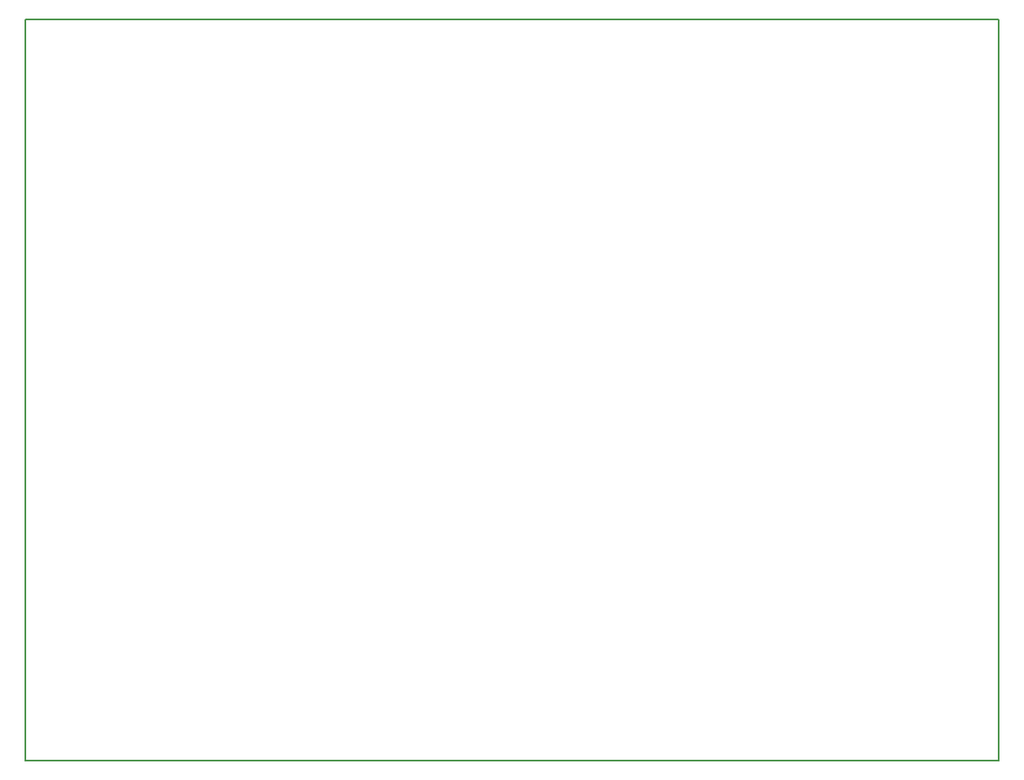
<source format=gbr>
G04 PROTEUS GERBER X2 FILE*
%TF.GenerationSoftware,Labcenter,Proteus,8.6-SP2-Build23525*%
%TF.CreationDate,2019-07-05T07:02:46+00:00*%
%TF.FileFunction,NonPlated,0,2,NPTH*%
%TF.FilePolarity,Positive*%
%TF.Part,Single*%
%FSLAX45Y45*%
%MOMM*%
G01*
%TA.AperFunction,Profile*%
%ADD17C,0.203200*%
%TD.AperFunction*%
D17*
X-14930000Y+2130000D02*
X-5170000Y+2130000D01*
X-5170000Y+9560000D01*
X-14930000Y+9560000D01*
X-14930000Y+2130000D01*
M02*

</source>
